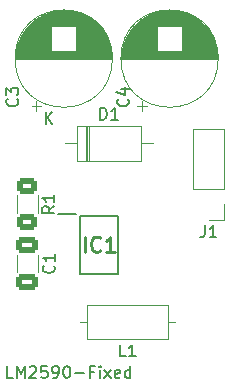
<source format=gbr>
%TF.GenerationSoftware,KiCad,Pcbnew,8.0.1-rc1*%
%TF.CreationDate,2024-11-19T18:26:05-08:00*%
%TF.ProjectId,LM2597-Fixed,4c4d3235-3937-42d4-9669-7865642e6b69,rev?*%
%TF.SameCoordinates,Original*%
%TF.FileFunction,Legend,Top*%
%TF.FilePolarity,Positive*%
%FSLAX46Y46*%
G04 Gerber Fmt 4.6, Leading zero omitted, Abs format (unit mm)*
G04 Created by KiCad (PCBNEW 8.0.1-rc1) date 2024-11-19 18:26:05*
%MOMM*%
%LPD*%
G01*
G04 APERTURE LIST*
G04 Aperture macros list*
%AMRoundRect*
0 Rectangle with rounded corners*
0 $1 Rounding radius*
0 $2 $3 $4 $5 $6 $7 $8 $9 X,Y pos of 4 corners*
0 Add a 4 corners polygon primitive as box body*
4,1,4,$2,$3,$4,$5,$6,$7,$8,$9,$2,$3,0*
0 Add four circle primitives for the rounded corners*
1,1,$1+$1,$2,$3*
1,1,$1+$1,$4,$5*
1,1,$1+$1,$6,$7*
1,1,$1+$1,$8,$9*
0 Add four rect primitives between the rounded corners*
20,1,$1+$1,$2,$3,$4,$5,0*
20,1,$1+$1,$4,$5,$6,$7,0*
20,1,$1+$1,$6,$7,$8,$9,0*
20,1,$1+$1,$8,$9,$2,$3,0*%
G04 Aperture macros list end*
%ADD10C,0.150000*%
%ADD11C,0.254000*%
%ADD12C,0.120000*%
%ADD13C,0.200000*%
%ADD14RoundRect,0.250000X-0.625000X0.400000X-0.625000X-0.400000X0.625000X-0.400000X0.625000X0.400000X0*%
%ADD15R,1.528000X0.650000*%
%ADD16C,1.600000*%
%ADD17O,1.600000X1.600000*%
%ADD18R,2.200000X2.200000*%
%ADD19O,2.200000X2.200000*%
%ADD20R,1.600000X1.600000*%
%ADD21R,1.700000X1.700000*%
%ADD22O,1.700000X1.700000*%
%ADD23RoundRect,0.250000X-0.650000X0.412500X-0.650000X-0.412500X0.650000X-0.412500X0.650000X0.412500X0*%
G04 APERTURE END LIST*
D10*
X146540151Y-111758947D02*
X146063961Y-111758947D01*
X146063961Y-111758947D02*
X146063961Y-110758947D01*
X146873485Y-111758947D02*
X146873485Y-110758947D01*
X146873485Y-110758947D02*
X147206818Y-111473232D01*
X147206818Y-111473232D02*
X147540151Y-110758947D01*
X147540151Y-110758947D02*
X147540151Y-111758947D01*
X147968723Y-110854185D02*
X148016342Y-110806566D01*
X148016342Y-110806566D02*
X148111580Y-110758947D01*
X148111580Y-110758947D02*
X148349675Y-110758947D01*
X148349675Y-110758947D02*
X148444913Y-110806566D01*
X148444913Y-110806566D02*
X148492532Y-110854185D01*
X148492532Y-110854185D02*
X148540151Y-110949423D01*
X148540151Y-110949423D02*
X148540151Y-111044661D01*
X148540151Y-111044661D02*
X148492532Y-111187518D01*
X148492532Y-111187518D02*
X147921104Y-111758947D01*
X147921104Y-111758947D02*
X148540151Y-111758947D01*
X149444913Y-110758947D02*
X148968723Y-110758947D01*
X148968723Y-110758947D02*
X148921104Y-111235137D01*
X148921104Y-111235137D02*
X148968723Y-111187518D01*
X148968723Y-111187518D02*
X149063961Y-111139899D01*
X149063961Y-111139899D02*
X149302056Y-111139899D01*
X149302056Y-111139899D02*
X149397294Y-111187518D01*
X149397294Y-111187518D02*
X149444913Y-111235137D01*
X149444913Y-111235137D02*
X149492532Y-111330375D01*
X149492532Y-111330375D02*
X149492532Y-111568470D01*
X149492532Y-111568470D02*
X149444913Y-111663708D01*
X149444913Y-111663708D02*
X149397294Y-111711328D01*
X149397294Y-111711328D02*
X149302056Y-111758947D01*
X149302056Y-111758947D02*
X149063961Y-111758947D01*
X149063961Y-111758947D02*
X148968723Y-111711328D01*
X148968723Y-111711328D02*
X148921104Y-111663708D01*
X149968723Y-111758947D02*
X150159199Y-111758947D01*
X150159199Y-111758947D02*
X150254437Y-111711328D01*
X150254437Y-111711328D02*
X150302056Y-111663708D01*
X150302056Y-111663708D02*
X150397294Y-111520851D01*
X150397294Y-111520851D02*
X150444913Y-111330375D01*
X150444913Y-111330375D02*
X150444913Y-110949423D01*
X150444913Y-110949423D02*
X150397294Y-110854185D01*
X150397294Y-110854185D02*
X150349675Y-110806566D01*
X150349675Y-110806566D02*
X150254437Y-110758947D01*
X150254437Y-110758947D02*
X150063961Y-110758947D01*
X150063961Y-110758947D02*
X149968723Y-110806566D01*
X149968723Y-110806566D02*
X149921104Y-110854185D01*
X149921104Y-110854185D02*
X149873485Y-110949423D01*
X149873485Y-110949423D02*
X149873485Y-111187518D01*
X149873485Y-111187518D02*
X149921104Y-111282756D01*
X149921104Y-111282756D02*
X149968723Y-111330375D01*
X149968723Y-111330375D02*
X150063961Y-111377994D01*
X150063961Y-111377994D02*
X150254437Y-111377994D01*
X150254437Y-111377994D02*
X150349675Y-111330375D01*
X150349675Y-111330375D02*
X150397294Y-111282756D01*
X150397294Y-111282756D02*
X150444913Y-111187518D01*
X151063961Y-110758947D02*
X151159199Y-110758947D01*
X151159199Y-110758947D02*
X151254437Y-110806566D01*
X151254437Y-110806566D02*
X151302056Y-110854185D01*
X151302056Y-110854185D02*
X151349675Y-110949423D01*
X151349675Y-110949423D02*
X151397294Y-111139899D01*
X151397294Y-111139899D02*
X151397294Y-111377994D01*
X151397294Y-111377994D02*
X151349675Y-111568470D01*
X151349675Y-111568470D02*
X151302056Y-111663708D01*
X151302056Y-111663708D02*
X151254437Y-111711328D01*
X151254437Y-111711328D02*
X151159199Y-111758947D01*
X151159199Y-111758947D02*
X151063961Y-111758947D01*
X151063961Y-111758947D02*
X150968723Y-111711328D01*
X150968723Y-111711328D02*
X150921104Y-111663708D01*
X150921104Y-111663708D02*
X150873485Y-111568470D01*
X150873485Y-111568470D02*
X150825866Y-111377994D01*
X150825866Y-111377994D02*
X150825866Y-111139899D01*
X150825866Y-111139899D02*
X150873485Y-110949423D01*
X150873485Y-110949423D02*
X150921104Y-110854185D01*
X150921104Y-110854185D02*
X150968723Y-110806566D01*
X150968723Y-110806566D02*
X151063961Y-110758947D01*
X151825866Y-111377994D02*
X152587771Y-111377994D01*
X153397294Y-111235137D02*
X153063961Y-111235137D01*
X153063961Y-111758947D02*
X153063961Y-110758947D01*
X153063961Y-110758947D02*
X153540151Y-110758947D01*
X153921104Y-111758947D02*
X153921104Y-111092280D01*
X153921104Y-110758947D02*
X153873485Y-110806566D01*
X153873485Y-110806566D02*
X153921104Y-110854185D01*
X153921104Y-110854185D02*
X153968723Y-110806566D01*
X153968723Y-110806566D02*
X153921104Y-110758947D01*
X153921104Y-110758947D02*
X153921104Y-110854185D01*
X154302056Y-111758947D02*
X154825865Y-111092280D01*
X154302056Y-111092280D02*
X154825865Y-111758947D01*
X155587770Y-111711328D02*
X155492532Y-111758947D01*
X155492532Y-111758947D02*
X155302056Y-111758947D01*
X155302056Y-111758947D02*
X155206818Y-111711328D01*
X155206818Y-111711328D02*
X155159199Y-111616089D01*
X155159199Y-111616089D02*
X155159199Y-111235137D01*
X155159199Y-111235137D02*
X155206818Y-111139899D01*
X155206818Y-111139899D02*
X155302056Y-111092280D01*
X155302056Y-111092280D02*
X155492532Y-111092280D01*
X155492532Y-111092280D02*
X155587770Y-111139899D01*
X155587770Y-111139899D02*
X155635389Y-111235137D01*
X155635389Y-111235137D02*
X155635389Y-111330375D01*
X155635389Y-111330375D02*
X155159199Y-111425613D01*
X156492532Y-111758947D02*
X156492532Y-110758947D01*
X156492532Y-111711328D02*
X156397294Y-111758947D01*
X156397294Y-111758947D02*
X156206818Y-111758947D01*
X156206818Y-111758947D02*
X156111580Y-111711328D01*
X156111580Y-111711328D02*
X156063961Y-111663708D01*
X156063961Y-111663708D02*
X156016342Y-111568470D01*
X156016342Y-111568470D02*
X156016342Y-111282756D01*
X156016342Y-111282756D02*
X156063961Y-111187518D01*
X156063961Y-111187518D02*
X156111580Y-111139899D01*
X156111580Y-111139899D02*
X156206818Y-111092280D01*
X156206818Y-111092280D02*
X156397294Y-111092280D01*
X156397294Y-111092280D02*
X156492532Y-111139899D01*
X150040960Y-97211051D02*
X149564769Y-97544384D01*
X150040960Y-97782479D02*
X149040960Y-97782479D01*
X149040960Y-97782479D02*
X149040960Y-97401527D01*
X149040960Y-97401527D02*
X149088579Y-97306289D01*
X149088579Y-97306289D02*
X149136198Y-97258670D01*
X149136198Y-97258670D02*
X149231436Y-97211051D01*
X149231436Y-97211051D02*
X149374293Y-97211051D01*
X149374293Y-97211051D02*
X149469531Y-97258670D01*
X149469531Y-97258670D02*
X149517150Y-97306289D01*
X149517150Y-97306289D02*
X149564769Y-97401527D01*
X149564769Y-97401527D02*
X149564769Y-97782479D01*
X150040960Y-96258670D02*
X150040960Y-96830098D01*
X150040960Y-96544384D02*
X149040960Y-96544384D01*
X149040960Y-96544384D02*
X149183817Y-96639622D01*
X149183817Y-96639622D02*
X149279055Y-96734860D01*
X149279055Y-96734860D02*
X149326674Y-96830098D01*
D11*
X152610229Y-101077882D02*
X152610229Y-99807882D01*
X153940706Y-100956929D02*
X153880230Y-101017406D01*
X153880230Y-101017406D02*
X153698801Y-101077882D01*
X153698801Y-101077882D02*
X153577849Y-101077882D01*
X153577849Y-101077882D02*
X153396420Y-101017406D01*
X153396420Y-101017406D02*
X153275468Y-100896453D01*
X153275468Y-100896453D02*
X153214991Y-100775501D01*
X153214991Y-100775501D02*
X153154515Y-100533596D01*
X153154515Y-100533596D02*
X153154515Y-100352167D01*
X153154515Y-100352167D02*
X153214991Y-100110263D01*
X153214991Y-100110263D02*
X153275468Y-99989310D01*
X153275468Y-99989310D02*
X153396420Y-99868358D01*
X153396420Y-99868358D02*
X153577849Y-99807882D01*
X153577849Y-99807882D02*
X153698801Y-99807882D01*
X153698801Y-99807882D02*
X153880230Y-99868358D01*
X153880230Y-99868358D02*
X153940706Y-99928834D01*
X155150230Y-101077882D02*
X154424515Y-101077882D01*
X154787372Y-101077882D02*
X154787372Y-99807882D01*
X154787372Y-99807882D02*
X154666420Y-99989310D01*
X154666420Y-99989310D02*
X154545468Y-100110263D01*
X154545468Y-100110263D02*
X154424515Y-100170739D01*
D10*
X156087494Y-109944215D02*
X155611304Y-109944215D01*
X155611304Y-109944215D02*
X155611304Y-108944215D01*
X156944637Y-109944215D02*
X156373209Y-109944215D01*
X156658923Y-109944215D02*
X156658923Y-108944215D01*
X156658923Y-108944215D02*
X156563685Y-109087072D01*
X156563685Y-109087072D02*
X156468447Y-109182310D01*
X156468447Y-109182310D02*
X156373209Y-109229929D01*
X153921397Y-89892782D02*
X153921397Y-88892782D01*
X153921397Y-88892782D02*
X154159492Y-88892782D01*
X154159492Y-88892782D02*
X154302349Y-88940401D01*
X154302349Y-88940401D02*
X154397587Y-89035639D01*
X154397587Y-89035639D02*
X154445206Y-89130877D01*
X154445206Y-89130877D02*
X154492825Y-89321353D01*
X154492825Y-89321353D02*
X154492825Y-89464210D01*
X154492825Y-89464210D02*
X154445206Y-89654686D01*
X154445206Y-89654686D02*
X154397587Y-89749924D01*
X154397587Y-89749924D02*
X154302349Y-89845163D01*
X154302349Y-89845163D02*
X154159492Y-89892782D01*
X154159492Y-89892782D02*
X153921397Y-89892782D01*
X155445206Y-89892782D02*
X154873778Y-89892782D01*
X155159492Y-89892782D02*
X155159492Y-88892782D01*
X155159492Y-88892782D02*
X155064254Y-89035639D01*
X155064254Y-89035639D02*
X154969016Y-89130877D01*
X154969016Y-89130877D02*
X154873778Y-89178496D01*
X149317587Y-90262782D02*
X149317587Y-89262782D01*
X149889015Y-90262782D02*
X149460444Y-89691353D01*
X149889015Y-89262782D02*
X149317587Y-89834210D01*
X156265063Y-88161467D02*
X156312683Y-88209086D01*
X156312683Y-88209086D02*
X156360302Y-88351943D01*
X156360302Y-88351943D02*
X156360302Y-88447181D01*
X156360302Y-88447181D02*
X156312683Y-88590038D01*
X156312683Y-88590038D02*
X156217444Y-88685276D01*
X156217444Y-88685276D02*
X156122206Y-88732895D01*
X156122206Y-88732895D02*
X155931730Y-88780514D01*
X155931730Y-88780514D02*
X155788873Y-88780514D01*
X155788873Y-88780514D02*
X155598397Y-88732895D01*
X155598397Y-88732895D02*
X155503159Y-88685276D01*
X155503159Y-88685276D02*
X155407921Y-88590038D01*
X155407921Y-88590038D02*
X155360302Y-88447181D01*
X155360302Y-88447181D02*
X155360302Y-88351943D01*
X155360302Y-88351943D02*
X155407921Y-88209086D01*
X155407921Y-88209086D02*
X155455540Y-88161467D01*
X155693635Y-87304324D02*
X156360302Y-87304324D01*
X155312683Y-87542419D02*
X156026968Y-87780514D01*
X156026968Y-87780514D02*
X156026968Y-87161467D01*
X146900606Y-88140038D02*
X146948226Y-88187657D01*
X146948226Y-88187657D02*
X146995845Y-88330514D01*
X146995845Y-88330514D02*
X146995845Y-88425752D01*
X146995845Y-88425752D02*
X146948226Y-88568609D01*
X146948226Y-88568609D02*
X146852987Y-88663847D01*
X146852987Y-88663847D02*
X146757749Y-88711466D01*
X146757749Y-88711466D02*
X146567273Y-88759085D01*
X146567273Y-88759085D02*
X146424416Y-88759085D01*
X146424416Y-88759085D02*
X146233940Y-88711466D01*
X146233940Y-88711466D02*
X146138702Y-88663847D01*
X146138702Y-88663847D02*
X146043464Y-88568609D01*
X146043464Y-88568609D02*
X145995845Y-88425752D01*
X145995845Y-88425752D02*
X145995845Y-88330514D01*
X145995845Y-88330514D02*
X146043464Y-88187657D01*
X146043464Y-88187657D02*
X146091083Y-88140038D01*
X145995845Y-87806704D02*
X145995845Y-87187657D01*
X145995845Y-87187657D02*
X146376797Y-87520990D01*
X146376797Y-87520990D02*
X146376797Y-87378133D01*
X146376797Y-87378133D02*
X146424416Y-87282895D01*
X146424416Y-87282895D02*
X146472035Y-87235276D01*
X146472035Y-87235276D02*
X146567273Y-87187657D01*
X146567273Y-87187657D02*
X146805368Y-87187657D01*
X146805368Y-87187657D02*
X146900606Y-87235276D01*
X146900606Y-87235276D02*
X146948226Y-87282895D01*
X146948226Y-87282895D02*
X146995845Y-87378133D01*
X146995845Y-87378133D02*
X146995845Y-87663847D01*
X146995845Y-87663847D02*
X146948226Y-87759085D01*
X146948226Y-87759085D02*
X146900606Y-87806704D01*
X162785035Y-98858290D02*
X162785035Y-99572575D01*
X162785035Y-99572575D02*
X162737416Y-99715432D01*
X162737416Y-99715432D02*
X162642178Y-99810671D01*
X162642178Y-99810671D02*
X162499321Y-99858290D01*
X162499321Y-99858290D02*
X162404083Y-99858290D01*
X163785035Y-99858290D02*
X163213607Y-99858290D01*
X163499321Y-99858290D02*
X163499321Y-98858290D01*
X163499321Y-98858290D02*
X163404083Y-99001147D01*
X163404083Y-99001147D02*
X163308845Y-99096385D01*
X163308845Y-99096385D02*
X163213607Y-99144004D01*
X149992718Y-102262495D02*
X150040338Y-102310114D01*
X150040338Y-102310114D02*
X150087957Y-102452971D01*
X150087957Y-102452971D02*
X150087957Y-102548209D01*
X150087957Y-102548209D02*
X150040338Y-102691066D01*
X150040338Y-102691066D02*
X149945099Y-102786304D01*
X149945099Y-102786304D02*
X149849861Y-102833923D01*
X149849861Y-102833923D02*
X149659385Y-102881542D01*
X149659385Y-102881542D02*
X149516528Y-102881542D01*
X149516528Y-102881542D02*
X149326052Y-102833923D01*
X149326052Y-102833923D02*
X149230814Y-102786304D01*
X149230814Y-102786304D02*
X149135576Y-102691066D01*
X149135576Y-102691066D02*
X149087957Y-102548209D01*
X149087957Y-102548209D02*
X149087957Y-102452971D01*
X149087957Y-102452971D02*
X149135576Y-102310114D01*
X149135576Y-102310114D02*
X149183195Y-102262495D01*
X150087957Y-101310114D02*
X150087957Y-101881542D01*
X150087957Y-101595828D02*
X149087957Y-101595828D01*
X149087957Y-101595828D02*
X149230814Y-101691066D01*
X149230814Y-101691066D02*
X149326052Y-101786304D01*
X149326052Y-101786304D02*
X149373671Y-101881542D01*
D12*
%TO.C,R1*%
X148676141Y-96317321D02*
X148676141Y-97771449D01*
X146856141Y-96317321D02*
X146856141Y-97771449D01*
D13*
%TO.C,IC1*%
X150374992Y-97923564D02*
X151901992Y-97923564D01*
X152251992Y-98051564D02*
X155447992Y-98051564D01*
X152251992Y-102955564D02*
X152251992Y-98051564D01*
X155447992Y-98051564D02*
X155447992Y-102955564D01*
X155447992Y-102955564D02*
X152251992Y-102955564D01*
D12*
%TO.C,L1*%
X152214161Y-107019396D02*
X152834161Y-107019396D01*
X152834161Y-105549396D02*
X152834161Y-108489396D01*
X152834161Y-108489396D02*
X159674161Y-108489396D01*
X159674161Y-105549396D02*
X152834161Y-105549396D01*
X159674161Y-108489396D02*
X159674161Y-105549396D01*
X160294161Y-107019396D02*
X159674161Y-107019396D01*
%TO.C,D1*%
X150919492Y-91907963D02*
X151939492Y-91907963D01*
X151939492Y-90437963D02*
X151939492Y-93377963D01*
X151939492Y-93377963D02*
X157379492Y-93377963D01*
X152719492Y-90437963D02*
X152719492Y-93377963D01*
X152839492Y-90437963D02*
X152839492Y-93377963D01*
X152959492Y-90437963D02*
X152959492Y-93377963D01*
X157379492Y-90437963D02*
X151939492Y-90437963D01*
X157379492Y-93377963D02*
X157379492Y-90437963D01*
X158399492Y-91907963D02*
X157379492Y-91907963D01*
%TO.C,C4*%
X155730912Y-84646788D02*
X163890912Y-84646788D01*
X155730912Y-84686788D02*
X163890912Y-84686788D01*
X155730912Y-84726788D02*
X163890912Y-84726788D01*
X155731912Y-84606788D02*
X163889912Y-84606788D01*
X155733912Y-84566788D02*
X163887912Y-84566788D01*
X155734912Y-84526788D02*
X163886912Y-84526788D01*
X155736912Y-84486788D02*
X163884912Y-84486788D01*
X155739912Y-84446788D02*
X163881912Y-84446788D01*
X155742912Y-84406788D02*
X163878912Y-84406788D01*
X155745912Y-84366788D02*
X163875912Y-84366788D01*
X155749912Y-84326788D02*
X163871912Y-84326788D01*
X155753912Y-84286788D02*
X163867912Y-84286788D01*
X155758912Y-84246788D02*
X163862912Y-84246788D01*
X155762912Y-84206788D02*
X163858912Y-84206788D01*
X155768912Y-84166788D02*
X163852912Y-84166788D01*
X155773912Y-84126788D02*
X163847912Y-84126788D01*
X155780912Y-84086788D02*
X163840912Y-84086788D01*
X155786912Y-84046788D02*
X163834912Y-84046788D01*
X155793912Y-84005788D02*
X158770912Y-84005788D01*
X155800912Y-83965788D02*
X158770912Y-83965788D01*
X155808912Y-83925788D02*
X158770912Y-83925788D01*
X155816912Y-83885788D02*
X158770912Y-83885788D01*
X155825912Y-83845788D02*
X158770912Y-83845788D01*
X155834912Y-83805788D02*
X158770912Y-83805788D01*
X155843912Y-83765788D02*
X158770912Y-83765788D01*
X155853912Y-83725788D02*
X158770912Y-83725788D01*
X155863912Y-83685788D02*
X158770912Y-83685788D01*
X155874912Y-83645788D02*
X158770912Y-83645788D01*
X155885912Y-83605788D02*
X158770912Y-83605788D01*
X155896912Y-83565788D02*
X158770912Y-83565788D01*
X155908912Y-83525788D02*
X158770912Y-83525788D01*
X155921912Y-83485788D02*
X158770912Y-83485788D01*
X155933912Y-83445788D02*
X158770912Y-83445788D01*
X155947912Y-83405788D02*
X158770912Y-83405788D01*
X155960912Y-83365788D02*
X158770912Y-83365788D01*
X155975912Y-83325788D02*
X158770912Y-83325788D01*
X155989912Y-83285788D02*
X158770912Y-83285788D01*
X156005912Y-83245788D02*
X158770912Y-83245788D01*
X156020912Y-83205788D02*
X158770912Y-83205788D01*
X156036912Y-83165788D02*
X158770912Y-83165788D01*
X156053912Y-83125788D02*
X158770912Y-83125788D01*
X156070912Y-83085788D02*
X158770912Y-83085788D01*
X156088912Y-83045788D02*
X158770912Y-83045788D01*
X156106912Y-83005788D02*
X158770912Y-83005788D01*
X156124912Y-82965788D02*
X158770912Y-82965788D01*
X156144912Y-82925788D02*
X158770912Y-82925788D01*
X156163912Y-82885788D02*
X158770912Y-82885788D01*
X156183912Y-82845788D02*
X158770912Y-82845788D01*
X156204912Y-82805788D02*
X158770912Y-82805788D01*
X156226912Y-82765788D02*
X158770912Y-82765788D01*
X156248912Y-82725788D02*
X158770912Y-82725788D01*
X156270912Y-82685788D02*
X158770912Y-82685788D01*
X156293912Y-82645788D02*
X158770912Y-82645788D01*
X156317912Y-82605788D02*
X158770912Y-82605788D01*
X156341912Y-82565788D02*
X158770912Y-82565788D01*
X156366912Y-82525788D02*
X158770912Y-82525788D01*
X156392912Y-82485788D02*
X158770912Y-82485788D01*
X156418912Y-82445788D02*
X158770912Y-82445788D01*
X156445912Y-82405788D02*
X158770912Y-82405788D01*
X156472912Y-82365788D02*
X158770912Y-82365788D01*
X156501912Y-82325788D02*
X158770912Y-82325788D01*
X156530912Y-82285788D02*
X158770912Y-82285788D01*
X156560912Y-82245788D02*
X158770912Y-82245788D01*
X156590912Y-82205788D02*
X158770912Y-82205788D01*
X156621912Y-82165788D02*
X158770912Y-82165788D01*
X156654912Y-82125788D02*
X158770912Y-82125788D01*
X156686912Y-82085788D02*
X158770912Y-82085788D01*
X156720912Y-82045788D02*
X158770912Y-82045788D01*
X156755912Y-82005788D02*
X158770912Y-82005788D01*
X156791912Y-81965788D02*
X158770912Y-81965788D01*
X156827912Y-81925788D02*
X162793912Y-81925788D01*
X156865912Y-81885788D02*
X162755912Y-81885788D01*
X156903912Y-81845788D02*
X162717912Y-81845788D01*
X156943912Y-81805788D02*
X162677912Y-81805788D01*
X156984912Y-81765788D02*
X162636912Y-81765788D01*
X157026912Y-81725788D02*
X162594912Y-81725788D01*
X157069912Y-81685788D02*
X162551912Y-81685788D01*
X157095912Y-88736486D02*
X157895912Y-88736486D01*
X157113912Y-81645788D02*
X162507912Y-81645788D01*
X157159912Y-81605788D02*
X162461912Y-81605788D01*
X157206912Y-81565788D02*
X162414912Y-81565788D01*
X157254912Y-81525788D02*
X162366912Y-81525788D01*
X157305912Y-81485788D02*
X162315912Y-81485788D01*
X157356912Y-81445788D02*
X162264912Y-81445788D01*
X157410912Y-81405788D02*
X162210912Y-81405788D01*
X157465912Y-81365788D02*
X162155912Y-81365788D01*
X157495912Y-89136486D02*
X157495912Y-88336486D01*
X157523912Y-81325788D02*
X162097912Y-81325788D01*
X157582912Y-81285788D02*
X162038912Y-81285788D01*
X157644912Y-81245788D02*
X161976912Y-81245788D01*
X157708912Y-81205788D02*
X161912912Y-81205788D01*
X157776912Y-81165788D02*
X161844912Y-81165788D01*
X157846912Y-81125788D02*
X161774912Y-81125788D01*
X157920912Y-81085788D02*
X161700912Y-81085788D01*
X157997912Y-81045788D02*
X161623912Y-81045788D01*
X158079912Y-81005788D02*
X161541912Y-81005788D01*
X158165912Y-80965788D02*
X161455912Y-80965788D01*
X158258912Y-80925788D02*
X161362912Y-80925788D01*
X158357912Y-80885788D02*
X161263912Y-80885788D01*
X158464912Y-80845788D02*
X161156912Y-80845788D01*
X158581912Y-80805788D02*
X161039912Y-80805788D01*
X158712912Y-80765788D02*
X160908912Y-80765788D01*
X158862912Y-80725788D02*
X160758912Y-80725788D01*
X159042912Y-80685788D02*
X160578912Y-80685788D01*
X159277912Y-80645788D02*
X160343912Y-80645788D01*
X160850912Y-81965788D02*
X162829912Y-81965788D01*
X160850912Y-82005788D02*
X162865912Y-82005788D01*
X160850912Y-82045788D02*
X162900912Y-82045788D01*
X160850912Y-82085788D02*
X162934912Y-82085788D01*
X160850912Y-82125788D02*
X162966912Y-82125788D01*
X160850912Y-82165788D02*
X162999912Y-82165788D01*
X160850912Y-82205788D02*
X163030912Y-82205788D01*
X160850912Y-82245788D02*
X163060912Y-82245788D01*
X160850912Y-82285788D02*
X163090912Y-82285788D01*
X160850912Y-82325788D02*
X163119912Y-82325788D01*
X160850912Y-82365788D02*
X163148912Y-82365788D01*
X160850912Y-82405788D02*
X163175912Y-82405788D01*
X160850912Y-82445788D02*
X163202912Y-82445788D01*
X160850912Y-82485788D02*
X163228912Y-82485788D01*
X160850912Y-82525788D02*
X163254912Y-82525788D01*
X160850912Y-82565788D02*
X163279912Y-82565788D01*
X160850912Y-82605788D02*
X163303912Y-82605788D01*
X160850912Y-82645788D02*
X163327912Y-82645788D01*
X160850912Y-82685788D02*
X163350912Y-82685788D01*
X160850912Y-82725788D02*
X163372912Y-82725788D01*
X160850912Y-82765788D02*
X163394912Y-82765788D01*
X160850912Y-82805788D02*
X163416912Y-82805788D01*
X160850912Y-82845788D02*
X163437912Y-82845788D01*
X160850912Y-82885788D02*
X163457912Y-82885788D01*
X160850912Y-82925788D02*
X163476912Y-82925788D01*
X160850912Y-82965788D02*
X163496912Y-82965788D01*
X160850912Y-83005788D02*
X163514912Y-83005788D01*
X160850912Y-83045788D02*
X163532912Y-83045788D01*
X160850912Y-83085788D02*
X163550912Y-83085788D01*
X160850912Y-83125788D02*
X163567912Y-83125788D01*
X160850912Y-83165788D02*
X163584912Y-83165788D01*
X160850912Y-83205788D02*
X163600912Y-83205788D01*
X160850912Y-83245788D02*
X163615912Y-83245788D01*
X160850912Y-83285788D02*
X163631912Y-83285788D01*
X160850912Y-83325788D02*
X163645912Y-83325788D01*
X160850912Y-83365788D02*
X163660912Y-83365788D01*
X160850912Y-83405788D02*
X163673912Y-83405788D01*
X160850912Y-83445788D02*
X163687912Y-83445788D01*
X160850912Y-83485788D02*
X163699912Y-83485788D01*
X160850912Y-83525788D02*
X163712912Y-83525788D01*
X160850912Y-83565788D02*
X163724912Y-83565788D01*
X160850912Y-83605788D02*
X163735912Y-83605788D01*
X160850912Y-83645788D02*
X163746912Y-83645788D01*
X160850912Y-83685788D02*
X163757912Y-83685788D01*
X160850912Y-83725788D02*
X163767912Y-83725788D01*
X160850912Y-83765788D02*
X163777912Y-83765788D01*
X160850912Y-83805788D02*
X163786912Y-83805788D01*
X160850912Y-83845788D02*
X163795912Y-83845788D01*
X160850912Y-83885788D02*
X163804912Y-83885788D01*
X160850912Y-83925788D02*
X163812912Y-83925788D01*
X160850912Y-83965788D02*
X163820912Y-83965788D01*
X160850912Y-84005788D02*
X163827912Y-84005788D01*
X163930912Y-84726788D02*
G75*
G02*
X155690912Y-84726788I-4120000J0D01*
G01*
X155690912Y-84726788D02*
G75*
G02*
X163930912Y-84726788I4120000J0D01*
G01*
%TO.C,C3*%
X146773605Y-84646788D02*
X154933605Y-84646788D01*
X146773605Y-84686788D02*
X154933605Y-84686788D01*
X146773605Y-84726788D02*
X154933605Y-84726788D01*
X146774605Y-84606788D02*
X154932605Y-84606788D01*
X146776605Y-84566788D02*
X154930605Y-84566788D01*
X146777605Y-84526788D02*
X154929605Y-84526788D01*
X146779605Y-84486788D02*
X154927605Y-84486788D01*
X146782605Y-84446788D02*
X154924605Y-84446788D01*
X146785605Y-84406788D02*
X154921605Y-84406788D01*
X146788605Y-84366788D02*
X154918605Y-84366788D01*
X146792605Y-84326788D02*
X154914605Y-84326788D01*
X146796605Y-84286788D02*
X154910605Y-84286788D01*
X146801605Y-84246788D02*
X154905605Y-84246788D01*
X146805605Y-84206788D02*
X154901605Y-84206788D01*
X146811605Y-84166788D02*
X154895605Y-84166788D01*
X146816605Y-84126788D02*
X154890605Y-84126788D01*
X146823605Y-84086788D02*
X154883605Y-84086788D01*
X146829605Y-84046788D02*
X154877605Y-84046788D01*
X146836605Y-84005788D02*
X149813605Y-84005788D01*
X146843605Y-83965788D02*
X149813605Y-83965788D01*
X146851605Y-83925788D02*
X149813605Y-83925788D01*
X146859605Y-83885788D02*
X149813605Y-83885788D01*
X146868605Y-83845788D02*
X149813605Y-83845788D01*
X146877605Y-83805788D02*
X149813605Y-83805788D01*
X146886605Y-83765788D02*
X149813605Y-83765788D01*
X146896605Y-83725788D02*
X149813605Y-83725788D01*
X146906605Y-83685788D02*
X149813605Y-83685788D01*
X146917605Y-83645788D02*
X149813605Y-83645788D01*
X146928605Y-83605788D02*
X149813605Y-83605788D01*
X146939605Y-83565788D02*
X149813605Y-83565788D01*
X146951605Y-83525788D02*
X149813605Y-83525788D01*
X146964605Y-83485788D02*
X149813605Y-83485788D01*
X146976605Y-83445788D02*
X149813605Y-83445788D01*
X146990605Y-83405788D02*
X149813605Y-83405788D01*
X147003605Y-83365788D02*
X149813605Y-83365788D01*
X147018605Y-83325788D02*
X149813605Y-83325788D01*
X147032605Y-83285788D02*
X149813605Y-83285788D01*
X147048605Y-83245788D02*
X149813605Y-83245788D01*
X147063605Y-83205788D02*
X149813605Y-83205788D01*
X147079605Y-83165788D02*
X149813605Y-83165788D01*
X147096605Y-83125788D02*
X149813605Y-83125788D01*
X147113605Y-83085788D02*
X149813605Y-83085788D01*
X147131605Y-83045788D02*
X149813605Y-83045788D01*
X147149605Y-83005788D02*
X149813605Y-83005788D01*
X147167605Y-82965788D02*
X149813605Y-82965788D01*
X147187605Y-82925788D02*
X149813605Y-82925788D01*
X147206605Y-82885788D02*
X149813605Y-82885788D01*
X147226605Y-82845788D02*
X149813605Y-82845788D01*
X147247605Y-82805788D02*
X149813605Y-82805788D01*
X147269605Y-82765788D02*
X149813605Y-82765788D01*
X147291605Y-82725788D02*
X149813605Y-82725788D01*
X147313605Y-82685788D02*
X149813605Y-82685788D01*
X147336605Y-82645788D02*
X149813605Y-82645788D01*
X147360605Y-82605788D02*
X149813605Y-82605788D01*
X147384605Y-82565788D02*
X149813605Y-82565788D01*
X147409605Y-82525788D02*
X149813605Y-82525788D01*
X147435605Y-82485788D02*
X149813605Y-82485788D01*
X147461605Y-82445788D02*
X149813605Y-82445788D01*
X147488605Y-82405788D02*
X149813605Y-82405788D01*
X147515605Y-82365788D02*
X149813605Y-82365788D01*
X147544605Y-82325788D02*
X149813605Y-82325788D01*
X147573605Y-82285788D02*
X149813605Y-82285788D01*
X147603605Y-82245788D02*
X149813605Y-82245788D01*
X147633605Y-82205788D02*
X149813605Y-82205788D01*
X147664605Y-82165788D02*
X149813605Y-82165788D01*
X147697605Y-82125788D02*
X149813605Y-82125788D01*
X147729605Y-82085788D02*
X149813605Y-82085788D01*
X147763605Y-82045788D02*
X149813605Y-82045788D01*
X147798605Y-82005788D02*
X149813605Y-82005788D01*
X147834605Y-81965788D02*
X149813605Y-81965788D01*
X147870605Y-81925788D02*
X153836605Y-81925788D01*
X147908605Y-81885788D02*
X153798605Y-81885788D01*
X147946605Y-81845788D02*
X153760605Y-81845788D01*
X147986605Y-81805788D02*
X153720605Y-81805788D01*
X148027605Y-81765788D02*
X153679605Y-81765788D01*
X148069605Y-81725788D02*
X153637605Y-81725788D01*
X148112605Y-81685788D02*
X153594605Y-81685788D01*
X148138605Y-88736486D02*
X148938605Y-88736486D01*
X148156605Y-81645788D02*
X153550605Y-81645788D01*
X148202605Y-81605788D02*
X153504605Y-81605788D01*
X148249605Y-81565788D02*
X153457605Y-81565788D01*
X148297605Y-81525788D02*
X153409605Y-81525788D01*
X148348605Y-81485788D02*
X153358605Y-81485788D01*
X148399605Y-81445788D02*
X153307605Y-81445788D01*
X148453605Y-81405788D02*
X153253605Y-81405788D01*
X148508605Y-81365788D02*
X153198605Y-81365788D01*
X148538605Y-89136486D02*
X148538605Y-88336486D01*
X148566605Y-81325788D02*
X153140605Y-81325788D01*
X148625605Y-81285788D02*
X153081605Y-81285788D01*
X148687605Y-81245788D02*
X153019605Y-81245788D01*
X148751605Y-81205788D02*
X152955605Y-81205788D01*
X148819605Y-81165788D02*
X152887605Y-81165788D01*
X148889605Y-81125788D02*
X152817605Y-81125788D01*
X148963605Y-81085788D02*
X152743605Y-81085788D01*
X149040605Y-81045788D02*
X152666605Y-81045788D01*
X149122605Y-81005788D02*
X152584605Y-81005788D01*
X149208605Y-80965788D02*
X152498605Y-80965788D01*
X149301605Y-80925788D02*
X152405605Y-80925788D01*
X149400605Y-80885788D02*
X152306605Y-80885788D01*
X149507605Y-80845788D02*
X152199605Y-80845788D01*
X149624605Y-80805788D02*
X152082605Y-80805788D01*
X149755605Y-80765788D02*
X151951605Y-80765788D01*
X149905605Y-80725788D02*
X151801605Y-80725788D01*
X150085605Y-80685788D02*
X151621605Y-80685788D01*
X150320605Y-80645788D02*
X151386605Y-80645788D01*
X151893605Y-81965788D02*
X153872605Y-81965788D01*
X151893605Y-82005788D02*
X153908605Y-82005788D01*
X151893605Y-82045788D02*
X153943605Y-82045788D01*
X151893605Y-82085788D02*
X153977605Y-82085788D01*
X151893605Y-82125788D02*
X154009605Y-82125788D01*
X151893605Y-82165788D02*
X154042605Y-82165788D01*
X151893605Y-82205788D02*
X154073605Y-82205788D01*
X151893605Y-82245788D02*
X154103605Y-82245788D01*
X151893605Y-82285788D02*
X154133605Y-82285788D01*
X151893605Y-82325788D02*
X154162605Y-82325788D01*
X151893605Y-82365788D02*
X154191605Y-82365788D01*
X151893605Y-82405788D02*
X154218605Y-82405788D01*
X151893605Y-82445788D02*
X154245605Y-82445788D01*
X151893605Y-82485788D02*
X154271605Y-82485788D01*
X151893605Y-82525788D02*
X154297605Y-82525788D01*
X151893605Y-82565788D02*
X154322605Y-82565788D01*
X151893605Y-82605788D02*
X154346605Y-82605788D01*
X151893605Y-82645788D02*
X154370605Y-82645788D01*
X151893605Y-82685788D02*
X154393605Y-82685788D01*
X151893605Y-82725788D02*
X154415605Y-82725788D01*
X151893605Y-82765788D02*
X154437605Y-82765788D01*
X151893605Y-82805788D02*
X154459605Y-82805788D01*
X151893605Y-82845788D02*
X154480605Y-82845788D01*
X151893605Y-82885788D02*
X154500605Y-82885788D01*
X151893605Y-82925788D02*
X154519605Y-82925788D01*
X151893605Y-82965788D02*
X154539605Y-82965788D01*
X151893605Y-83005788D02*
X154557605Y-83005788D01*
X151893605Y-83045788D02*
X154575605Y-83045788D01*
X151893605Y-83085788D02*
X154593605Y-83085788D01*
X151893605Y-83125788D02*
X154610605Y-83125788D01*
X151893605Y-83165788D02*
X154627605Y-83165788D01*
X151893605Y-83205788D02*
X154643605Y-83205788D01*
X151893605Y-83245788D02*
X154658605Y-83245788D01*
X151893605Y-83285788D02*
X154674605Y-83285788D01*
X151893605Y-83325788D02*
X154688605Y-83325788D01*
X151893605Y-83365788D02*
X154703605Y-83365788D01*
X151893605Y-83405788D02*
X154716605Y-83405788D01*
X151893605Y-83445788D02*
X154730605Y-83445788D01*
X151893605Y-83485788D02*
X154742605Y-83485788D01*
X151893605Y-83525788D02*
X154755605Y-83525788D01*
X151893605Y-83565788D02*
X154767605Y-83565788D01*
X151893605Y-83605788D02*
X154778605Y-83605788D01*
X151893605Y-83645788D02*
X154789605Y-83645788D01*
X151893605Y-83685788D02*
X154800605Y-83685788D01*
X151893605Y-83725788D02*
X154810605Y-83725788D01*
X151893605Y-83765788D02*
X154820605Y-83765788D01*
X151893605Y-83805788D02*
X154829605Y-83805788D01*
X151893605Y-83845788D02*
X154838605Y-83845788D01*
X151893605Y-83885788D02*
X154847605Y-83885788D01*
X151893605Y-83925788D02*
X154855605Y-83925788D01*
X151893605Y-83965788D02*
X154863605Y-83965788D01*
X151893605Y-84005788D02*
X154870605Y-84005788D01*
X154973605Y-84726788D02*
G75*
G02*
X146733605Y-84726788I-4120000J0D01*
G01*
X146733605Y-84726788D02*
G75*
G02*
X154973605Y-84726788I4120000J0D01*
G01*
%TO.C,J1*%
X161788369Y-95803471D02*
X161788369Y-90663471D01*
X164448369Y-90663471D02*
X161788369Y-90663471D01*
X164448369Y-95803471D02*
X161788369Y-95803471D01*
X164448369Y-95803471D02*
X164448369Y-90663471D01*
X164448369Y-97073471D02*
X164448369Y-98403471D01*
X164448369Y-98403471D02*
X163118369Y-98403471D01*
%TO.C,C1*%
X146873138Y-101384577D02*
X146873138Y-102807081D01*
X148693138Y-101384577D02*
X148693138Y-102807081D01*
%TD*%
%LPC*%
D14*
%TO.C,R1*%
X147766141Y-95494385D03*
X147766141Y-98594385D03*
%TD*%
D15*
%TO.C,IC1*%
X151138992Y-98598564D03*
X151138992Y-99868564D03*
X151138992Y-101138564D03*
X151138992Y-102408564D03*
X156560992Y-102408564D03*
X156560992Y-101138564D03*
X156560992Y-99868564D03*
X156560992Y-98598564D03*
%TD*%
D16*
%TO.C,L1*%
X161334161Y-107019396D03*
D17*
X151174161Y-107019396D03*
%TD*%
D18*
%TO.C,D1*%
X149579492Y-91907963D03*
D19*
X159739492Y-91907963D03*
%TD*%
D20*
%TO.C,C4*%
X159810912Y-86476788D03*
D16*
X159810912Y-82976788D03*
%TD*%
D20*
%TO.C,C3*%
X150853605Y-86476788D03*
D16*
X150853605Y-82976788D03*
%TD*%
D21*
%TO.C,J1*%
X163118369Y-97073471D03*
D22*
X163118369Y-94533471D03*
X163118369Y-91993471D03*
%TD*%
D23*
%TO.C,C1*%
X147783138Y-100533329D03*
X147783138Y-103658329D03*
%TD*%
%LPD*%
M02*

</source>
